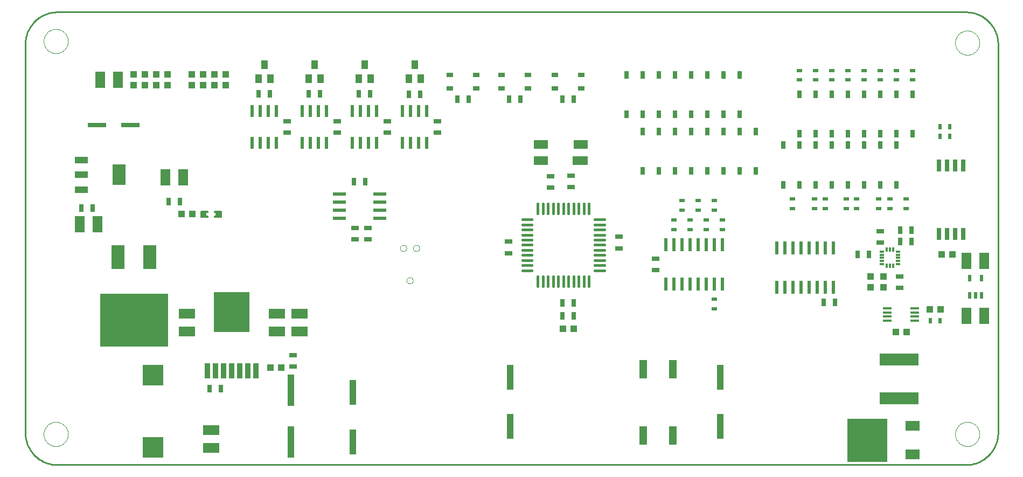
<source format=gtp>
G75*
%MOIN*%
%OFA0B0*%
%FSLAX24Y24*%
%IPPOS*%
%LPD*%
%AMOC8*
5,1,8,0,0,1.08239X$1,22.5*
%
%ADD10C,0.0100*%
%ADD11R,0.0315X0.0472*%
%ADD12R,0.0472X0.0315*%
%ADD13R,0.0433X0.0394*%
%ADD14R,0.2441X0.0728*%
%ADD15R,0.0433X0.1575*%
%ADD16R,0.0512X0.1181*%
%ADD17R,0.2450X0.2650*%
%ADD18R,0.0900X0.0600*%
%ADD19R,0.0787X0.0433*%
%ADD20R,0.0787X0.1299*%
%ADD21R,0.0630X0.1024*%
%ADD22R,0.1181X0.0315*%
%ADD23C,0.0050*%
%ADD24R,0.4197X0.3299*%
%ADD25R,0.0800X0.1500*%
%ADD26R,0.1280X0.1250*%
%ADD27R,0.0433X0.1969*%
%ADD28R,0.1024X0.0630*%
%ADD29R,0.0209X0.0780*%
%ADD30R,0.0394X0.0551*%
%ADD31R,0.0787X0.0197*%
%ADD32R,0.0866X0.0551*%
%ADD33R,0.0945X0.0551*%
%ADD34C,0.0157*%
%ADD35R,0.2201X0.2500*%
%ADD36R,0.0358X0.0949*%
%ADD37C,0.0000*%
%ADD38R,0.0394X0.0433*%
%ADD39R,0.0354X0.0236*%
%ADD40R,0.0197X0.0787*%
%ADD41R,0.0413X0.0256*%
%ADD42R,0.0315X0.0118*%
%ADD43R,0.0118X0.0315*%
%ADD44R,0.0252X0.0750*%
%ADD45R,0.0531X0.0157*%
%ADD46R,0.0236X0.0354*%
%ADD47R,0.0236X0.0413*%
D10*
X002150Y000150D02*
X058350Y000150D01*
X058437Y000152D01*
X058524Y000158D01*
X058611Y000167D01*
X058697Y000180D01*
X058783Y000197D01*
X058868Y000218D01*
X058951Y000243D01*
X059034Y000271D01*
X059115Y000302D01*
X059195Y000337D01*
X059273Y000376D01*
X059350Y000418D01*
X059425Y000463D01*
X059497Y000512D01*
X059568Y000563D01*
X059636Y000618D01*
X059701Y000675D01*
X059764Y000736D01*
X059825Y000799D01*
X059882Y000864D01*
X059937Y000932D01*
X059988Y001003D01*
X060037Y001075D01*
X060082Y001150D01*
X060124Y001227D01*
X060163Y001305D01*
X060198Y001385D01*
X060229Y001466D01*
X060257Y001549D01*
X060282Y001632D01*
X060303Y001717D01*
X060320Y001803D01*
X060333Y001889D01*
X060342Y001976D01*
X060348Y002063D01*
X060350Y002150D01*
X060350Y026150D01*
X060348Y026237D01*
X060342Y026324D01*
X060333Y026411D01*
X060320Y026497D01*
X060303Y026583D01*
X060282Y026668D01*
X060257Y026751D01*
X060229Y026834D01*
X060198Y026915D01*
X060163Y026995D01*
X060124Y027073D01*
X060082Y027150D01*
X060037Y027225D01*
X059988Y027297D01*
X059937Y027368D01*
X059882Y027436D01*
X059825Y027501D01*
X059764Y027564D01*
X059701Y027625D01*
X059636Y027682D01*
X059568Y027737D01*
X059497Y027788D01*
X059425Y027837D01*
X059350Y027882D01*
X059273Y027924D01*
X059195Y027963D01*
X059115Y027998D01*
X059034Y028029D01*
X058951Y028057D01*
X058868Y028082D01*
X058783Y028103D01*
X058697Y028120D01*
X058611Y028133D01*
X058524Y028142D01*
X058437Y028148D01*
X058350Y028150D01*
X002150Y028150D01*
X002063Y028148D01*
X001976Y028142D01*
X001889Y028133D01*
X001803Y028120D01*
X001717Y028103D01*
X001632Y028082D01*
X001549Y028057D01*
X001466Y028029D01*
X001385Y027998D01*
X001305Y027963D01*
X001227Y027924D01*
X001150Y027882D01*
X001075Y027837D01*
X001003Y027788D01*
X000932Y027737D01*
X000864Y027682D01*
X000799Y027625D01*
X000736Y027564D01*
X000675Y027501D01*
X000618Y027436D01*
X000563Y027368D01*
X000512Y027297D01*
X000463Y027225D01*
X000418Y027150D01*
X000376Y027073D01*
X000337Y026995D01*
X000302Y026915D01*
X000271Y026834D01*
X000243Y026751D01*
X000218Y026668D01*
X000197Y026583D01*
X000180Y026497D01*
X000167Y026411D01*
X000158Y026324D01*
X000152Y026237D01*
X000150Y026150D01*
X000150Y002150D01*
X000152Y002063D01*
X000158Y001976D01*
X000167Y001889D01*
X000180Y001803D01*
X000197Y001717D01*
X000218Y001632D01*
X000243Y001549D01*
X000271Y001466D01*
X000302Y001385D01*
X000337Y001305D01*
X000376Y001227D01*
X000418Y001150D01*
X000463Y001075D01*
X000512Y001003D01*
X000563Y000932D01*
X000618Y000864D01*
X000675Y000799D01*
X000736Y000736D01*
X000799Y000675D01*
X000864Y000618D01*
X000932Y000563D01*
X001003Y000512D01*
X001075Y000463D01*
X001150Y000418D01*
X001227Y000376D01*
X001305Y000337D01*
X001385Y000302D01*
X001466Y000271D01*
X001549Y000243D01*
X001632Y000218D01*
X001717Y000197D01*
X001803Y000180D01*
X001889Y000167D01*
X001976Y000158D01*
X002063Y000152D01*
X002150Y000150D01*
D11*
X011566Y004871D03*
X012274Y004871D03*
X033396Y009350D03*
X034104Y009350D03*
X034104Y010150D03*
X033396Y010150D03*
X021204Y017650D03*
X020496Y017650D03*
X009731Y016446D03*
X009022Y016446D03*
X004339Y016044D03*
X003630Y016044D03*
X014596Y023100D03*
X015304Y023100D03*
X017696Y023100D03*
X018404Y023100D03*
X020796Y023100D03*
X021504Y023100D03*
X023896Y023050D03*
X024604Y023050D03*
X026896Y022750D03*
X027604Y022750D03*
X030096Y022750D03*
X030804Y022750D03*
X033396Y022750D03*
X034104Y022750D03*
X037350Y021830D03*
X038350Y021830D03*
X039350Y021830D03*
X040350Y021830D03*
X041350Y021830D03*
X042350Y021830D03*
X043350Y021830D03*
X044350Y021830D03*
X044350Y020770D03*
X045350Y020770D03*
X047050Y019920D03*
X048050Y019920D03*
X048050Y020630D03*
X049050Y020630D03*
X050050Y020630D03*
X050050Y019920D03*
X049050Y019920D03*
X051050Y019920D03*
X051050Y020630D03*
X052050Y020630D03*
X053050Y020630D03*
X053050Y019920D03*
X052050Y019920D03*
X054050Y019920D03*
X054050Y020630D03*
X055050Y020630D03*
X055050Y023070D03*
X054050Y023070D03*
X053050Y023070D03*
X052050Y023070D03*
X051050Y023070D03*
X050050Y023070D03*
X049050Y023070D03*
X048050Y023070D03*
X044350Y024270D03*
X043350Y024270D03*
X042350Y024270D03*
X041350Y024270D03*
X040350Y024270D03*
X039350Y024270D03*
X038350Y024270D03*
X037350Y024270D03*
X038350Y020770D03*
X039350Y020770D03*
X040350Y020770D03*
X041350Y020770D03*
X042350Y020770D03*
X043350Y020770D03*
X043350Y018330D03*
X042350Y018330D03*
X041350Y018330D03*
X040350Y018330D03*
X039350Y018330D03*
X038350Y018330D03*
X044350Y018330D03*
X045350Y018330D03*
X047050Y017480D03*
X048050Y017480D03*
X049050Y017480D03*
X050050Y017480D03*
X051050Y017480D03*
X052050Y017480D03*
X053050Y017480D03*
X054050Y017480D03*
X054296Y014650D03*
X055004Y014650D03*
X055004Y013950D03*
X054296Y013950D03*
X052354Y013150D03*
X051646Y013150D03*
X050254Y010200D03*
X049546Y010200D03*
D12*
X054250Y011096D03*
X054250Y011804D03*
X053050Y013896D03*
X053050Y014604D03*
X039150Y012904D03*
X039150Y012196D03*
X036900Y013546D03*
X036900Y014254D03*
X033916Y017318D03*
X033916Y018026D03*
X032650Y018004D03*
X032650Y017296D03*
X030050Y013954D03*
X030050Y013246D03*
X021350Y014096D03*
X021350Y014804D03*
X020550Y014804D03*
X020550Y014096D03*
X019450Y020696D03*
X019450Y021404D03*
X016350Y021404D03*
X016350Y020696D03*
X022550Y020696D03*
X022550Y021404D03*
X025650Y021404D03*
X025650Y020696D03*
X016709Y006923D03*
X016709Y006214D03*
D13*
X015985Y006150D03*
X015315Y006150D03*
X033415Y008550D03*
X034085Y008550D03*
X054015Y008350D03*
X054685Y008350D03*
X056115Y009750D03*
X056785Y009750D03*
X056865Y013150D03*
X057535Y013150D03*
X010485Y015650D03*
X009815Y015650D03*
D14*
X054214Y006673D03*
X054214Y004252D03*
D15*
X043169Y005578D03*
X043169Y002523D03*
X030149Y002523D03*
X030149Y005578D03*
X020422Y004629D03*
X020422Y001574D03*
D16*
X038385Y001968D03*
X040236Y001968D03*
X040236Y006063D03*
X038385Y006063D03*
D17*
X052246Y001678D03*
D18*
X055056Y000788D03*
X055056Y002568D03*
D19*
X003627Y017179D03*
X003627Y018085D03*
X003627Y018990D03*
D20*
X005950Y018085D03*
D21*
X008826Y017930D03*
X009928Y017930D03*
X004636Y015028D03*
X003533Y015028D03*
X004799Y023950D03*
X005901Y023950D03*
X058399Y012750D03*
X059501Y012750D03*
X059501Y009350D03*
X058399Y009350D03*
D22*
X006647Y021159D03*
X004600Y021159D03*
D23*
X011020Y015847D02*
X011020Y015453D01*
X011453Y015453D01*
X011453Y015532D01*
X011335Y015532D01*
X011335Y015768D01*
X011453Y015768D01*
X011453Y015847D01*
X011020Y015847D01*
X011020Y015816D02*
X011453Y015816D01*
X011335Y015767D02*
X011020Y015767D01*
X011020Y015719D02*
X011335Y015719D01*
X011335Y015670D02*
X011020Y015670D01*
X011020Y015622D02*
X011335Y015622D01*
X011335Y015573D02*
X011020Y015573D01*
X011020Y015525D02*
X011453Y015525D01*
X011453Y015476D02*
X011020Y015476D01*
X011847Y015476D02*
X012280Y015476D01*
X012280Y015453D02*
X012280Y015847D01*
X011847Y015847D01*
X011847Y015768D01*
X011965Y015768D01*
X011965Y015532D01*
X011847Y015532D01*
X011847Y015453D01*
X012280Y015453D01*
X012280Y015525D02*
X011847Y015525D01*
X011965Y015573D02*
X012280Y015573D01*
X012280Y015622D02*
X011965Y015622D01*
X011965Y015670D02*
X012280Y015670D01*
X012280Y015719D02*
X011965Y015719D01*
X011965Y015767D02*
X012280Y015767D01*
X012280Y015816D02*
X011847Y015816D01*
D24*
X006878Y009098D03*
D25*
X005894Y012983D03*
X007863Y012998D03*
D26*
X008063Y005684D03*
X008063Y001224D03*
D27*
X016591Y001559D03*
X016591Y004748D03*
D28*
X011650Y002301D03*
X011650Y001199D03*
X010154Y008400D03*
X010154Y009502D03*
X015732Y009502D03*
X017110Y009502D03*
X017110Y008400D03*
X015732Y008400D03*
D29*
X015700Y020080D03*
X015200Y020080D03*
X014700Y020080D03*
X014200Y020080D03*
X017300Y020080D03*
X017800Y020080D03*
X018300Y020080D03*
X018800Y020080D03*
X020400Y020080D03*
X020900Y020080D03*
X021400Y020080D03*
X021900Y020080D03*
X023500Y020080D03*
X024000Y020080D03*
X024500Y020080D03*
X025000Y020080D03*
X025000Y022020D03*
X024500Y022020D03*
X024000Y022020D03*
X023500Y022020D03*
X021900Y022020D03*
X021400Y022020D03*
X020900Y022020D03*
X020400Y022020D03*
X018800Y022020D03*
X018300Y022020D03*
X017800Y022020D03*
X017300Y022020D03*
X015700Y022020D03*
X015200Y022020D03*
X014700Y022020D03*
X014200Y022020D03*
D30*
X014576Y024017D03*
X015324Y024017D03*
X014950Y024883D03*
X017676Y024017D03*
X018424Y024017D03*
X018050Y024883D03*
X020776Y024017D03*
X021524Y024017D03*
X021150Y024883D03*
X023876Y024017D03*
X024624Y024017D03*
X024250Y024883D03*
D31*
X022104Y016900D03*
X022104Y016400D03*
X022104Y015900D03*
X022104Y015400D03*
X019596Y015400D03*
X019596Y015900D03*
X019596Y016400D03*
X019596Y016900D03*
D32*
X032060Y018970D03*
X032060Y019970D03*
X034540Y019970D03*
D33*
X034501Y018970D03*
D34*
X034395Y015698D02*
X034395Y015698D01*
X034395Y016290D01*
X034395Y016290D01*
X034395Y015698D01*
X034395Y015854D02*
X034395Y015854D01*
X034395Y016010D02*
X034395Y016010D01*
X034395Y016166D02*
X034395Y016166D01*
X034710Y015698D02*
X034710Y015698D01*
X034710Y016290D01*
X034710Y016290D01*
X034710Y015698D01*
X034710Y015854D02*
X034710Y015854D01*
X034710Y016010D02*
X034710Y016010D01*
X034710Y016166D02*
X034710Y016166D01*
X035025Y015698D02*
X035025Y015698D01*
X035025Y016290D01*
X035025Y016290D01*
X035025Y015698D01*
X035025Y015854D02*
X035025Y015854D01*
X035025Y016010D02*
X035025Y016010D01*
X035025Y016166D02*
X035025Y016166D01*
X034080Y015698D02*
X034080Y015698D01*
X034080Y016290D01*
X034080Y016290D01*
X034080Y015698D01*
X034080Y015854D02*
X034080Y015854D01*
X034080Y016010D02*
X034080Y016010D01*
X034080Y016166D02*
X034080Y016166D01*
X033765Y015698D02*
X033765Y015698D01*
X033765Y016290D01*
X033765Y016290D01*
X033765Y015698D01*
X033765Y015854D02*
X033765Y015854D01*
X033765Y016010D02*
X033765Y016010D01*
X033765Y016166D02*
X033765Y016166D01*
X033450Y015698D02*
X033450Y015698D01*
X033450Y016290D01*
X033450Y016290D01*
X033450Y015698D01*
X033450Y015854D02*
X033450Y015854D01*
X033450Y016010D02*
X033450Y016010D01*
X033450Y016166D02*
X033450Y016166D01*
X033135Y015698D02*
X033135Y015698D01*
X033135Y016290D01*
X033135Y016290D01*
X033135Y015698D01*
X033135Y015854D02*
X033135Y015854D01*
X033135Y016010D02*
X033135Y016010D01*
X033135Y016166D02*
X033135Y016166D01*
X032820Y015698D02*
X032820Y015698D01*
X032820Y016290D01*
X032820Y016290D01*
X032820Y015698D01*
X032820Y015854D02*
X032820Y015854D01*
X032820Y016010D02*
X032820Y016010D01*
X032820Y016166D02*
X032820Y016166D01*
X032505Y015698D02*
X032505Y015698D01*
X032505Y016290D01*
X032505Y016290D01*
X032505Y015698D01*
X032505Y015854D02*
X032505Y015854D01*
X032505Y016010D02*
X032505Y016010D01*
X032505Y016166D02*
X032505Y016166D01*
X032190Y015698D02*
X032190Y015698D01*
X032190Y016290D01*
X032190Y016290D01*
X032190Y015698D01*
X032190Y015854D02*
X032190Y015854D01*
X032190Y016010D02*
X032190Y016010D01*
X032190Y016166D02*
X032190Y016166D01*
X031875Y015698D02*
X031875Y015698D01*
X031875Y016290D01*
X031875Y016290D01*
X031875Y015698D01*
X031875Y015854D02*
X031875Y015854D01*
X031875Y016010D02*
X031875Y016010D01*
X031875Y016166D02*
X031875Y016166D01*
X030910Y015325D02*
X030910Y015325D01*
X031502Y015325D01*
X031502Y015325D01*
X030910Y015325D01*
X030910Y015010D02*
X030910Y015010D01*
X031502Y015010D01*
X031502Y015010D01*
X030910Y015010D01*
X030910Y014695D02*
X030910Y014695D01*
X031502Y014695D01*
X031502Y014695D01*
X030910Y014695D01*
X030910Y014380D02*
X030910Y014380D01*
X031502Y014380D01*
X031502Y014380D01*
X030910Y014380D01*
X030910Y014065D02*
X030910Y014065D01*
X031502Y014065D01*
X031502Y014065D01*
X030910Y014065D01*
X030910Y013750D02*
X030910Y013750D01*
X031502Y013750D01*
X031502Y013750D01*
X030910Y013750D01*
X030910Y013435D02*
X030910Y013435D01*
X031502Y013435D01*
X031502Y013435D01*
X030910Y013435D01*
X030910Y013120D02*
X030910Y013120D01*
X031502Y013120D01*
X031502Y013120D01*
X030910Y013120D01*
X030910Y012805D02*
X030910Y012805D01*
X031502Y012805D01*
X031502Y012805D01*
X030910Y012805D01*
X030910Y012490D02*
X030910Y012490D01*
X031502Y012490D01*
X031502Y012490D01*
X030910Y012490D01*
X030910Y012175D02*
X030910Y012175D01*
X031502Y012175D01*
X031502Y012175D01*
X030910Y012175D01*
X031875Y011210D02*
X031875Y011210D01*
X031875Y011802D01*
X031875Y011802D01*
X031875Y011210D01*
X031875Y011366D02*
X031875Y011366D01*
X031875Y011522D02*
X031875Y011522D01*
X031875Y011678D02*
X031875Y011678D01*
X032190Y011210D02*
X032190Y011210D01*
X032190Y011802D01*
X032190Y011802D01*
X032190Y011210D01*
X032190Y011366D02*
X032190Y011366D01*
X032190Y011522D02*
X032190Y011522D01*
X032190Y011678D02*
X032190Y011678D01*
X032505Y011210D02*
X032505Y011210D01*
X032505Y011802D01*
X032505Y011802D01*
X032505Y011210D01*
X032505Y011366D02*
X032505Y011366D01*
X032505Y011522D02*
X032505Y011522D01*
X032505Y011678D02*
X032505Y011678D01*
X032820Y011210D02*
X032820Y011210D01*
X032820Y011802D01*
X032820Y011802D01*
X032820Y011210D01*
X032820Y011366D02*
X032820Y011366D01*
X032820Y011522D02*
X032820Y011522D01*
X032820Y011678D02*
X032820Y011678D01*
X033135Y011210D02*
X033135Y011210D01*
X033135Y011802D01*
X033135Y011802D01*
X033135Y011210D01*
X033135Y011366D02*
X033135Y011366D01*
X033135Y011522D02*
X033135Y011522D01*
X033135Y011678D02*
X033135Y011678D01*
X033450Y011210D02*
X033450Y011210D01*
X033450Y011802D01*
X033450Y011802D01*
X033450Y011210D01*
X033450Y011366D02*
X033450Y011366D01*
X033450Y011522D02*
X033450Y011522D01*
X033450Y011678D02*
X033450Y011678D01*
X033765Y011210D02*
X033765Y011210D01*
X033765Y011802D01*
X033765Y011802D01*
X033765Y011210D01*
X033765Y011366D02*
X033765Y011366D01*
X033765Y011522D02*
X033765Y011522D01*
X033765Y011678D02*
X033765Y011678D01*
X034080Y011210D02*
X034080Y011210D01*
X034080Y011802D01*
X034080Y011802D01*
X034080Y011210D01*
X034080Y011366D02*
X034080Y011366D01*
X034080Y011522D02*
X034080Y011522D01*
X034080Y011678D02*
X034080Y011678D01*
X034395Y011210D02*
X034395Y011210D01*
X034395Y011802D01*
X034395Y011802D01*
X034395Y011210D01*
X034395Y011366D02*
X034395Y011366D01*
X034395Y011522D02*
X034395Y011522D01*
X034395Y011678D02*
X034395Y011678D01*
X034710Y011210D02*
X034710Y011210D01*
X034710Y011802D01*
X034710Y011802D01*
X034710Y011210D01*
X034710Y011366D02*
X034710Y011366D01*
X034710Y011522D02*
X034710Y011522D01*
X034710Y011678D02*
X034710Y011678D01*
X035025Y011210D02*
X035025Y011210D01*
X035025Y011802D01*
X035025Y011802D01*
X035025Y011210D01*
X035025Y011366D02*
X035025Y011366D01*
X035025Y011522D02*
X035025Y011522D01*
X035025Y011678D02*
X035025Y011678D01*
X035398Y012175D02*
X035398Y012175D01*
X035990Y012175D01*
X035990Y012175D01*
X035398Y012175D01*
X035398Y012490D02*
X035398Y012490D01*
X035990Y012490D01*
X035990Y012490D01*
X035398Y012490D01*
X035398Y012805D02*
X035398Y012805D01*
X035990Y012805D01*
X035990Y012805D01*
X035398Y012805D01*
X035398Y013120D02*
X035398Y013120D01*
X035990Y013120D01*
X035990Y013120D01*
X035398Y013120D01*
X035398Y013435D02*
X035398Y013435D01*
X035990Y013435D01*
X035990Y013435D01*
X035398Y013435D01*
X035398Y013750D02*
X035398Y013750D01*
X035990Y013750D01*
X035990Y013750D01*
X035398Y013750D01*
X035398Y014065D02*
X035398Y014065D01*
X035990Y014065D01*
X035990Y014065D01*
X035398Y014065D01*
X035398Y014380D02*
X035398Y014380D01*
X035990Y014380D01*
X035990Y014380D01*
X035398Y014380D01*
X035398Y014695D02*
X035398Y014695D01*
X035990Y014695D01*
X035990Y014695D01*
X035398Y014695D01*
X035398Y015010D02*
X035398Y015010D01*
X035990Y015010D01*
X035990Y015010D01*
X035398Y015010D01*
X035398Y015325D02*
X035398Y015325D01*
X035990Y015325D01*
X035990Y015325D01*
X035398Y015325D01*
D35*
X012918Y009606D03*
D36*
X012918Y005974D03*
X013418Y005974D03*
X013918Y005974D03*
X014418Y005974D03*
X012418Y005974D03*
X011918Y005974D03*
X011418Y005974D03*
D37*
X001300Y002050D02*
X001302Y002104D01*
X001308Y002158D01*
X001318Y002211D01*
X001331Y002264D01*
X001348Y002315D01*
X001369Y002365D01*
X001394Y002413D01*
X001422Y002460D01*
X001453Y002504D01*
X001487Y002546D01*
X001524Y002585D01*
X001564Y002622D01*
X001607Y002655D01*
X001652Y002686D01*
X001699Y002713D01*
X001747Y002736D01*
X001798Y002756D01*
X001849Y002773D01*
X001902Y002785D01*
X001955Y002794D01*
X002009Y002799D01*
X002064Y002800D01*
X002118Y002797D01*
X002171Y002790D01*
X002224Y002779D01*
X002277Y002765D01*
X002328Y002747D01*
X002377Y002725D01*
X002425Y002700D01*
X002471Y002671D01*
X002515Y002639D01*
X002556Y002604D01*
X002594Y002566D01*
X002630Y002525D01*
X002663Y002482D01*
X002693Y002437D01*
X002719Y002389D01*
X002742Y002340D01*
X002761Y002289D01*
X002776Y002238D01*
X002788Y002185D01*
X002796Y002131D01*
X002800Y002077D01*
X002800Y002023D01*
X002796Y001969D01*
X002788Y001915D01*
X002776Y001862D01*
X002761Y001811D01*
X002742Y001760D01*
X002719Y001711D01*
X002693Y001663D01*
X002663Y001618D01*
X002630Y001575D01*
X002594Y001534D01*
X002556Y001496D01*
X002515Y001461D01*
X002471Y001429D01*
X002425Y001400D01*
X002377Y001375D01*
X002328Y001353D01*
X002277Y001335D01*
X002224Y001321D01*
X002171Y001310D01*
X002118Y001303D01*
X002064Y001300D01*
X002009Y001301D01*
X001955Y001306D01*
X001902Y001315D01*
X001849Y001327D01*
X001798Y001344D01*
X001747Y001364D01*
X001699Y001387D01*
X001652Y001414D01*
X001607Y001445D01*
X001564Y001478D01*
X001524Y001515D01*
X001487Y001554D01*
X001453Y001596D01*
X001422Y001640D01*
X001394Y001687D01*
X001369Y001735D01*
X001348Y001785D01*
X001331Y001836D01*
X001318Y001889D01*
X001308Y001942D01*
X001302Y001996D01*
X001300Y002050D01*
X023755Y011550D02*
X023757Y011578D01*
X023763Y011605D01*
X023773Y011631D01*
X023786Y011655D01*
X023803Y011678D01*
X023822Y011697D01*
X023845Y011714D01*
X023869Y011727D01*
X023895Y011737D01*
X023922Y011743D01*
X023950Y011745D01*
X023978Y011743D01*
X024005Y011737D01*
X024031Y011727D01*
X024055Y011714D01*
X024078Y011697D01*
X024097Y011678D01*
X024114Y011655D01*
X024127Y011631D01*
X024137Y011605D01*
X024143Y011578D01*
X024145Y011550D01*
X024143Y011522D01*
X024137Y011495D01*
X024127Y011469D01*
X024114Y011445D01*
X024097Y011422D01*
X024078Y011403D01*
X024055Y011386D01*
X024031Y011373D01*
X024005Y011363D01*
X023978Y011357D01*
X023950Y011355D01*
X023922Y011357D01*
X023895Y011363D01*
X023869Y011373D01*
X023845Y011386D01*
X023822Y011403D01*
X023803Y011422D01*
X023786Y011445D01*
X023773Y011469D01*
X023763Y011495D01*
X023757Y011522D01*
X023755Y011550D01*
X023355Y013550D02*
X023357Y013578D01*
X023363Y013605D01*
X023373Y013631D01*
X023386Y013655D01*
X023403Y013678D01*
X023422Y013697D01*
X023445Y013714D01*
X023469Y013727D01*
X023495Y013737D01*
X023522Y013743D01*
X023550Y013745D01*
X023578Y013743D01*
X023605Y013737D01*
X023631Y013727D01*
X023655Y013714D01*
X023678Y013697D01*
X023697Y013678D01*
X023714Y013655D01*
X023727Y013631D01*
X023737Y013605D01*
X023743Y013578D01*
X023745Y013550D01*
X023743Y013522D01*
X023737Y013495D01*
X023727Y013469D01*
X023714Y013445D01*
X023697Y013422D01*
X023678Y013403D01*
X023655Y013386D01*
X023631Y013373D01*
X023605Y013363D01*
X023578Y013357D01*
X023550Y013355D01*
X023522Y013357D01*
X023495Y013363D01*
X023469Y013373D01*
X023445Y013386D01*
X023422Y013403D01*
X023403Y013422D01*
X023386Y013445D01*
X023373Y013469D01*
X023363Y013495D01*
X023357Y013522D01*
X023355Y013550D01*
X024155Y013550D02*
X024157Y013578D01*
X024163Y013605D01*
X024173Y013631D01*
X024186Y013655D01*
X024203Y013678D01*
X024222Y013697D01*
X024245Y013714D01*
X024269Y013727D01*
X024295Y013737D01*
X024322Y013743D01*
X024350Y013745D01*
X024378Y013743D01*
X024405Y013737D01*
X024431Y013727D01*
X024455Y013714D01*
X024478Y013697D01*
X024497Y013678D01*
X024514Y013655D01*
X024527Y013631D01*
X024537Y013605D01*
X024543Y013578D01*
X024545Y013550D01*
X024543Y013522D01*
X024537Y013495D01*
X024527Y013469D01*
X024514Y013445D01*
X024497Y013422D01*
X024478Y013403D01*
X024455Y013386D01*
X024431Y013373D01*
X024405Y013363D01*
X024378Y013357D01*
X024350Y013355D01*
X024322Y013357D01*
X024295Y013363D01*
X024269Y013373D01*
X024245Y013386D01*
X024222Y013403D01*
X024203Y013422D01*
X024186Y013445D01*
X024173Y013469D01*
X024163Y013495D01*
X024157Y013522D01*
X024155Y013550D01*
X001300Y026350D02*
X001302Y026404D01*
X001308Y026458D01*
X001318Y026511D01*
X001331Y026564D01*
X001348Y026615D01*
X001369Y026665D01*
X001394Y026713D01*
X001422Y026760D01*
X001453Y026804D01*
X001487Y026846D01*
X001524Y026885D01*
X001564Y026922D01*
X001607Y026955D01*
X001652Y026986D01*
X001699Y027013D01*
X001747Y027036D01*
X001798Y027056D01*
X001849Y027073D01*
X001902Y027085D01*
X001955Y027094D01*
X002009Y027099D01*
X002064Y027100D01*
X002118Y027097D01*
X002171Y027090D01*
X002224Y027079D01*
X002277Y027065D01*
X002328Y027047D01*
X002377Y027025D01*
X002425Y027000D01*
X002471Y026971D01*
X002515Y026939D01*
X002556Y026904D01*
X002594Y026866D01*
X002630Y026825D01*
X002663Y026782D01*
X002693Y026737D01*
X002719Y026689D01*
X002742Y026640D01*
X002761Y026589D01*
X002776Y026538D01*
X002788Y026485D01*
X002796Y026431D01*
X002800Y026377D01*
X002800Y026323D01*
X002796Y026269D01*
X002788Y026215D01*
X002776Y026162D01*
X002761Y026111D01*
X002742Y026060D01*
X002719Y026011D01*
X002693Y025963D01*
X002663Y025918D01*
X002630Y025875D01*
X002594Y025834D01*
X002556Y025796D01*
X002515Y025761D01*
X002471Y025729D01*
X002425Y025700D01*
X002377Y025675D01*
X002328Y025653D01*
X002277Y025635D01*
X002224Y025621D01*
X002171Y025610D01*
X002118Y025603D01*
X002064Y025600D01*
X002009Y025601D01*
X001955Y025606D01*
X001902Y025615D01*
X001849Y025627D01*
X001798Y025644D01*
X001747Y025664D01*
X001699Y025687D01*
X001652Y025714D01*
X001607Y025745D01*
X001564Y025778D01*
X001524Y025815D01*
X001487Y025854D01*
X001453Y025896D01*
X001422Y025940D01*
X001394Y025987D01*
X001369Y026035D01*
X001348Y026085D01*
X001331Y026136D01*
X001318Y026189D01*
X001308Y026242D01*
X001302Y026296D01*
X001300Y026350D01*
X057700Y026250D02*
X057702Y026304D01*
X057708Y026358D01*
X057718Y026411D01*
X057731Y026464D01*
X057748Y026515D01*
X057769Y026565D01*
X057794Y026613D01*
X057822Y026660D01*
X057853Y026704D01*
X057887Y026746D01*
X057924Y026785D01*
X057964Y026822D01*
X058007Y026855D01*
X058052Y026886D01*
X058099Y026913D01*
X058147Y026936D01*
X058198Y026956D01*
X058249Y026973D01*
X058302Y026985D01*
X058355Y026994D01*
X058409Y026999D01*
X058464Y027000D01*
X058518Y026997D01*
X058571Y026990D01*
X058624Y026979D01*
X058677Y026965D01*
X058728Y026947D01*
X058777Y026925D01*
X058825Y026900D01*
X058871Y026871D01*
X058915Y026839D01*
X058956Y026804D01*
X058994Y026766D01*
X059030Y026725D01*
X059063Y026682D01*
X059093Y026637D01*
X059119Y026589D01*
X059142Y026540D01*
X059161Y026489D01*
X059176Y026438D01*
X059188Y026385D01*
X059196Y026331D01*
X059200Y026277D01*
X059200Y026223D01*
X059196Y026169D01*
X059188Y026115D01*
X059176Y026062D01*
X059161Y026011D01*
X059142Y025960D01*
X059119Y025911D01*
X059093Y025863D01*
X059063Y025818D01*
X059030Y025775D01*
X058994Y025734D01*
X058956Y025696D01*
X058915Y025661D01*
X058871Y025629D01*
X058825Y025600D01*
X058777Y025575D01*
X058728Y025553D01*
X058677Y025535D01*
X058624Y025521D01*
X058571Y025510D01*
X058518Y025503D01*
X058464Y025500D01*
X058409Y025501D01*
X058355Y025506D01*
X058302Y025515D01*
X058249Y025527D01*
X058198Y025544D01*
X058147Y025564D01*
X058099Y025587D01*
X058052Y025614D01*
X058007Y025645D01*
X057964Y025678D01*
X057924Y025715D01*
X057887Y025754D01*
X057853Y025796D01*
X057822Y025840D01*
X057794Y025887D01*
X057769Y025935D01*
X057748Y025985D01*
X057731Y026036D01*
X057718Y026089D01*
X057708Y026142D01*
X057702Y026196D01*
X057700Y026250D01*
X057700Y002050D02*
X057702Y002104D01*
X057708Y002158D01*
X057718Y002211D01*
X057731Y002264D01*
X057748Y002315D01*
X057769Y002365D01*
X057794Y002413D01*
X057822Y002460D01*
X057853Y002504D01*
X057887Y002546D01*
X057924Y002585D01*
X057964Y002622D01*
X058007Y002655D01*
X058052Y002686D01*
X058099Y002713D01*
X058147Y002736D01*
X058198Y002756D01*
X058249Y002773D01*
X058302Y002785D01*
X058355Y002794D01*
X058409Y002799D01*
X058464Y002800D01*
X058518Y002797D01*
X058571Y002790D01*
X058624Y002779D01*
X058677Y002765D01*
X058728Y002747D01*
X058777Y002725D01*
X058825Y002700D01*
X058871Y002671D01*
X058915Y002639D01*
X058956Y002604D01*
X058994Y002566D01*
X059030Y002525D01*
X059063Y002482D01*
X059093Y002437D01*
X059119Y002389D01*
X059142Y002340D01*
X059161Y002289D01*
X059176Y002238D01*
X059188Y002185D01*
X059196Y002131D01*
X059200Y002077D01*
X059200Y002023D01*
X059196Y001969D01*
X059188Y001915D01*
X059176Y001862D01*
X059161Y001811D01*
X059142Y001760D01*
X059119Y001711D01*
X059093Y001663D01*
X059063Y001618D01*
X059030Y001575D01*
X058994Y001534D01*
X058956Y001496D01*
X058915Y001461D01*
X058871Y001429D01*
X058825Y001400D01*
X058777Y001375D01*
X058728Y001353D01*
X058677Y001335D01*
X058624Y001321D01*
X058571Y001310D01*
X058518Y001303D01*
X058464Y001300D01*
X058409Y001301D01*
X058355Y001306D01*
X058302Y001315D01*
X058249Y001327D01*
X058198Y001344D01*
X058147Y001364D01*
X058099Y001387D01*
X058052Y001414D01*
X058007Y001445D01*
X057964Y001478D01*
X057924Y001515D01*
X057887Y001554D01*
X057853Y001596D01*
X057822Y001640D01*
X057794Y001687D01*
X057769Y001735D01*
X057748Y001785D01*
X057731Y001836D01*
X057718Y001889D01*
X057708Y001942D01*
X057702Y001996D01*
X057700Y002050D01*
D38*
X053250Y011115D03*
X053250Y011785D03*
X052450Y011785D03*
X052450Y011115D03*
X012550Y023615D03*
X011850Y023615D03*
X011150Y023615D03*
X010450Y023615D03*
X010450Y024285D03*
X011150Y024285D03*
X011850Y024285D03*
X012550Y024285D03*
X008950Y024285D03*
X008250Y024285D03*
X007550Y024285D03*
X006850Y024285D03*
X006850Y023615D03*
X007550Y023615D03*
X008250Y023615D03*
X008950Y023615D03*
D39*
X040300Y015295D03*
X040300Y014705D03*
X041300Y014705D03*
X042300Y014705D03*
X042300Y015295D03*
X041300Y015295D03*
X040800Y015905D03*
X040800Y016495D03*
X041800Y016495D03*
X042800Y016495D03*
X042800Y015905D03*
X041800Y015905D03*
X043300Y015295D03*
X043300Y014705D03*
X047622Y015999D03*
X047622Y016589D03*
X049000Y016589D03*
X049000Y015999D03*
X049650Y016005D03*
X049650Y016595D03*
X050950Y016595D03*
X051600Y016595D03*
X051600Y016005D03*
X050950Y016005D03*
X052950Y016005D03*
X053650Y016005D03*
X053650Y016595D03*
X052950Y016595D03*
X054650Y016595D03*
X054650Y016005D03*
X042800Y010395D03*
X042800Y009805D03*
X048050Y023955D03*
X048050Y024545D03*
X049050Y024545D03*
X050050Y024545D03*
X050050Y023955D03*
X049050Y023955D03*
X051050Y023955D03*
X051050Y024545D03*
X052050Y024545D03*
X053050Y024545D03*
X053050Y023955D03*
X052050Y023955D03*
X054050Y023955D03*
X055050Y023955D03*
X055050Y024545D03*
X054050Y024545D03*
D40*
X043300Y013770D03*
X042800Y013770D03*
X042300Y013770D03*
X041800Y013770D03*
X041300Y013770D03*
X040800Y013770D03*
X040300Y013770D03*
X039800Y013770D03*
X039800Y011330D03*
X040300Y011330D03*
X040800Y011330D03*
X041300Y011330D03*
X041800Y011330D03*
X042300Y011330D03*
X042800Y011330D03*
X043300Y011330D03*
X046650Y011130D03*
X047150Y011130D03*
X047650Y011130D03*
X048150Y011130D03*
X048650Y011130D03*
X049150Y011130D03*
X049650Y011130D03*
X050150Y011130D03*
X050150Y013570D03*
X049650Y013570D03*
X049150Y013570D03*
X048650Y013570D03*
X048150Y013570D03*
X047650Y013570D03*
X047150Y013570D03*
X046650Y013570D03*
D41*
X034567Y023427D03*
X034567Y024273D03*
X032933Y024273D03*
X032933Y023427D03*
X031267Y023427D03*
X031267Y024273D03*
X029633Y024273D03*
X028067Y024273D03*
X028067Y023427D03*
X029633Y023427D03*
X026433Y023427D03*
X026433Y024273D03*
D42*
X053148Y013344D03*
X053148Y013147D03*
X053148Y012950D03*
X053148Y012753D03*
X053148Y012556D03*
X054152Y012556D03*
X054152Y012753D03*
X054152Y012950D03*
X054152Y013147D03*
X054152Y013344D03*
D43*
X053847Y013452D03*
X053650Y013452D03*
X053453Y013452D03*
X053453Y012448D03*
X053650Y012448D03*
X053847Y012448D03*
D44*
X056700Y014435D03*
X057200Y014435D03*
X057700Y014435D03*
X058200Y014435D03*
X058200Y018665D03*
X057700Y018665D03*
X057200Y018665D03*
X056700Y018665D03*
D45*
X055196Y009834D03*
X055196Y009578D03*
X055196Y009322D03*
X055196Y009066D03*
X053504Y009066D03*
X053504Y009322D03*
X053504Y009578D03*
X053504Y009834D03*
D46*
X056155Y009050D03*
X056745Y009050D03*
X056755Y020450D03*
X057345Y020450D03*
X057345Y021050D03*
X056755Y021050D03*
D47*
X058576Y011681D03*
X059324Y011681D03*
X059324Y010619D03*
X058950Y010619D03*
X058576Y010619D03*
M02*

</source>
